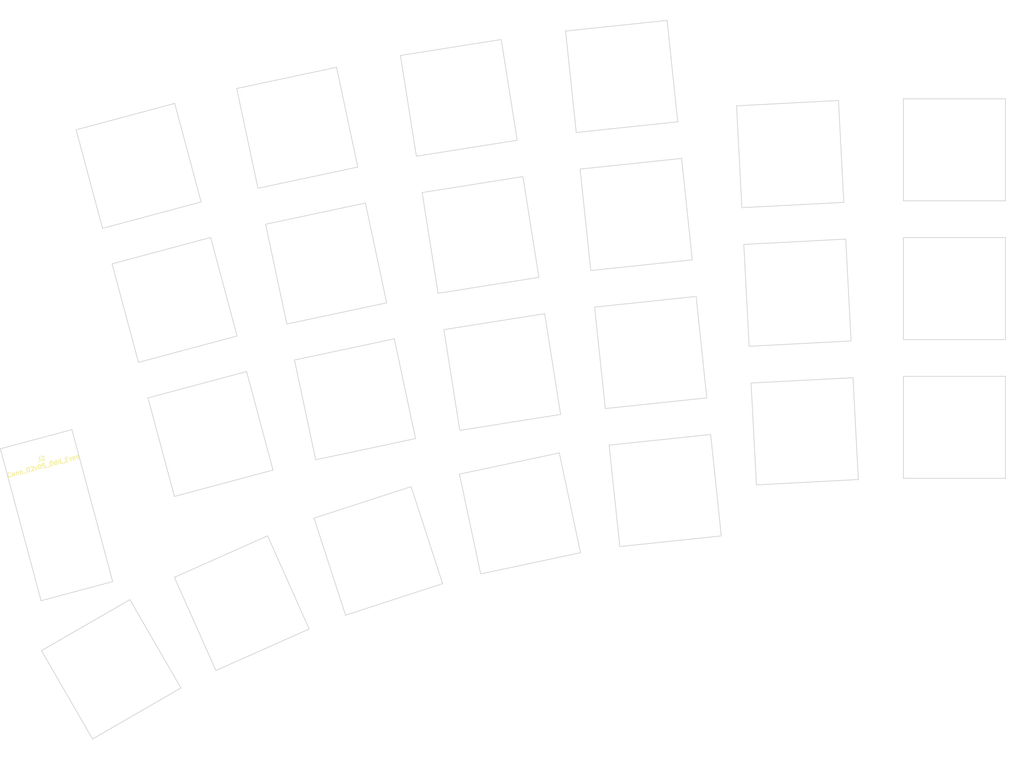
<source format=kicad_pcb>
(kicad_pcb (version 20171130) (host pcbnew 5.1.10)

  (general
    (thickness 1.6)
    (drawings 0)
    (tracks 0)
    (zones 0)
    (modules 24)
    (nets 1)
  )

  (page A4)
  (layers
    (0 F.Cu signal)
    (31 B.Cu signal)
    (32 B.Adhes user)
    (33 F.Adhes user)
    (34 B.Paste user)
    (35 F.Paste user)
    (36 B.SilkS user)
    (37 F.SilkS user)
    (38 B.Mask user)
    (39 F.Mask user)
    (40 Dwgs.User user)
    (41 Cmts.User user)
    (42 Eco1.User user)
    (43 Eco2.User user)
    (44 Edge.Cuts user)
    (45 Margin user)
    (46 B.CrtYd user)
    (47 F.CrtYd user)
    (48 B.Fab user)
    (49 F.Fab user)
  )

  (setup
    (last_trace_width 0.25)
    (trace_clearance 0.2)
    (zone_clearance 0.508)
    (zone_45_only no)
    (trace_min 0.2)
    (via_size 0.8)
    (via_drill 0.4)
    (via_min_size 0.4)
    (via_min_drill 0.3)
    (uvia_size 0.3)
    (uvia_drill 0.1)
    (uvias_allowed no)
    (uvia_min_size 0.2)
    (uvia_min_drill 0.1)
    (edge_width 0.05)
    (segment_width 0.2)
    (pcb_text_width 0.3)
    (pcb_text_size 1.5 1.5)
    (mod_edge_width 0.12)
    (mod_text_size 1 1)
    (mod_text_width 0.15)
    (pad_size 1.524 1.524)
    (pad_drill 0.762)
    (pad_to_mask_clearance 0)
    (aux_axis_origin 0 0)
    (visible_elements FFFFFF7F)
    (pcbplotparams
      (layerselection 0x01000_7ffffffe)
      (usegerberextensions false)
      (usegerberattributes true)
      (usegerberadvancedattributes true)
      (creategerberjobfile true)
      (excludeedgelayer true)
      (linewidth 0.100000)
      (plotframeref false)
      (viasonmask false)
      (mode 1)
      (useauxorigin false)
      (hpglpennumber 1)
      (hpglpenspeed 20)
      (hpglpendiameter 15.000000)
      (psnegative false)
      (psa4output false)
      (plotreference true)
      (plotvalue true)
      (plotinvisibletext false)
      (padsonsilk false)
      (subtractmaskfromsilk false)
      (outputformat 3)
      (mirror false)
      (drillshape 0)
      (scaleselection 1)
      (outputdirectory ""))
  )

  (net 0 "")

  (net_class Default "This is the default net class."
    (clearance 0.2)
    (trace_width 0.25)
    (via_dia 0.8)
    (via_drill 0.4)
    (uvia_dia 0.3)
    (uvia_drill 0.1)
  )

  (module rick-kicad-footprints:hole-switch (layer F.Cu) (tedit 5FB3AA25) (tstamp 60BAA0E2)
    (at 237.680652 -19.907187 6)
    (path /60BE39B0)
    (fp_text reference switch46 (at 0 3.175 6) (layer F.SilkS) hide
      (effects (font (size 1.27 1.524) (thickness 0.2032)))
    )
    (fp_text value switch (at 0 5.08 6) (layer F.SilkS) hide
      (effects (font (size 1.27 1.524) (thickness 0.2032)))
    )
    (fp_text user 1.00u (at -5.715 8.255 6) (layer Dwgs.User)
      (effects (font (size 1.524 1.524) (thickness 0.3048)))
    )
    (fp_line (start -7 7) (end -7 -7) (layer Edge.Cuts) (width 0.1))
    (fp_line (start 7 7) (end -7 7) (layer Edge.Cuts) (width 0.1))
    (fp_line (start 7 -7) (end 7 7) (layer Edge.Cuts) (width 0.1))
    (fp_line (start -7 -7) (end 7 -7) (layer Edge.Cuts) (width 0.1))
    (fp_line (start -9.5 9.5) (end -9.5 -9.5) (layer Dwgs.User) (width 0.1))
    (fp_line (start 9.5 9.5) (end -9.5 9.5) (layer Dwgs.User) (width 0.1))
    (fp_line (start 9.5 -9.5) (end 9.5 9.5) (layer Dwgs.User) (width 0.1))
    (fp_line (start -9.5 -9.5) (end 9.5 -9.5) (layer Dwgs.User) (width 0.1))
  )

  (module rick-kicad-footprints:hole-switch (layer F.Cu) (tedit 5FB3AA25) (tstamp 60BAA0D1)
    (at 217.759 -16.764 12)
    (path /60BCB0AD)
    (fp_text reference switch45 (at 0 3.175 12) (layer F.SilkS) hide
      (effects (font (size 1.27 1.524) (thickness 0.2032)))
    )
    (fp_text value switch (at 0 5.08 12) (layer F.SilkS) hide
      (effects (font (size 1.27 1.524) (thickness 0.2032)))
    )
    (fp_text user 1.00u (at -5.715 8.255 12) (layer Dwgs.User)
      (effects (font (size 1.524 1.524) (thickness 0.3048)))
    )
    (fp_line (start -7 7) (end -7 -7) (layer Edge.Cuts) (width 0.1))
    (fp_line (start 7 7) (end -7 7) (layer Edge.Cuts) (width 0.1))
    (fp_line (start 7 -7) (end 7 7) (layer Edge.Cuts) (width 0.1))
    (fp_line (start -7 -7) (end 7 -7) (layer Edge.Cuts) (width 0.1))
    (fp_line (start -9.5 9.5) (end -9.5 -9.5) (layer Dwgs.User) (width 0.1))
    (fp_line (start 9.5 9.5) (end -9.5 9.5) (layer Dwgs.User) (width 0.1))
    (fp_line (start 9.5 -9.5) (end 9.5 9.5) (layer Dwgs.User) (width 0.1))
    (fp_line (start -9.5 -9.5) (end 9.5 -9.5) (layer Dwgs.User) (width 0.1))
  )

  (module rick-kicad-footprints:hole-switch (layer F.Cu) (tedit 5FB3AA25) (tstamp 60BAA0C0)
    (at 198.328 -11.6205 18)
    (path /60BCB052)
    (fp_text reference switch44 (at 0 3.175 18) (layer F.SilkS) hide
      (effects (font (size 1.27 1.524) (thickness 0.2032)))
    )
    (fp_text value switch (at 0 5.08 18) (layer F.SilkS) hide
      (effects (font (size 1.27 1.524) (thickness 0.2032)))
    )
    (fp_text user 1.00u (at -5.715 8.255 18) (layer Dwgs.User)
      (effects (font (size 1.524 1.524) (thickness 0.3048)))
    )
    (fp_line (start -7 7) (end -7 -7) (layer Edge.Cuts) (width 0.1))
    (fp_line (start 7 7) (end -7 7) (layer Edge.Cuts) (width 0.1))
    (fp_line (start 7 -7) (end 7 7) (layer Edge.Cuts) (width 0.1))
    (fp_line (start -7 -7) (end 7 -7) (layer Edge.Cuts) (width 0.1))
    (fp_line (start -9.5 9.5) (end -9.5 -9.5) (layer Dwgs.User) (width 0.1))
    (fp_line (start 9.5 9.5) (end -9.5 9.5) (layer Dwgs.User) (width 0.1))
    (fp_line (start 9.5 -9.5) (end 9.5 9.5) (layer Dwgs.User) (width 0.1))
    (fp_line (start -9.5 -9.5) (end 9.5 -9.5) (layer Dwgs.User) (width 0.1))
  )

  (module rick-kicad-footprints:hole-switch (layer F.Cu) (tedit 5FB3AA25) (tstamp 60BBAA20)
    (at 179.5955 -4.445 24)
    (path /60BC5067)
    (fp_text reference switch43 (at 0 3.175 24) (layer F.SilkS) hide
      (effects (font (size 1.27 1.524) (thickness 0.2032)))
    )
    (fp_text value switch (at 0 5.08 24) (layer F.SilkS) hide
      (effects (font (size 1.27 1.524) (thickness 0.2032)))
    )
    (fp_text user 1.00u (at -5.715 8.255 24) (layer Dwgs.User)
      (effects (font (size 1.524 1.524) (thickness 0.3048)))
    )
    (fp_line (start -7 7) (end -7 -7) (layer Edge.Cuts) (width 0.1))
    (fp_line (start 7 7) (end -7 7) (layer Edge.Cuts) (width 0.1))
    (fp_line (start 7 -7) (end 7 7) (layer Edge.Cuts) (width 0.1))
    (fp_line (start -7 -7) (end 7 -7) (layer Edge.Cuts) (width 0.1))
    (fp_line (start -9.5 9.5) (end -9.5 -9.5) (layer Dwgs.User) (width 0.1))
    (fp_line (start 9.5 9.5) (end -9.5 9.5) (layer Dwgs.User) (width 0.1))
    (fp_line (start 9.5 -9.5) (end 9.5 9.5) (layer Dwgs.User) (width 0.1))
    (fp_line (start -9.5 -9.5) (end 9.5 -9.5) (layer Dwgs.User) (width 0.1))
  )

  (module rick-kicad-footprints:hole-switch (layer F.Cu) (tedit 5FB3AA25) (tstamp 60BAA09E)
    (at 161.6885 4.6355 30)
    (path /60BB2F05)
    (fp_text reference switch42 (at 0 3.175 30) (layer F.SilkS) hide
      (effects (font (size 1.27 1.524) (thickness 0.2032)))
    )
    (fp_text value switch (at 0 5.08 30) (layer F.SilkS) hide
      (effects (font (size 1.27 1.524) (thickness 0.2032)))
    )
    (fp_text user 1.00u (at -5.715 8.255 30) (layer Dwgs.User)
      (effects (font (size 1.524 1.524) (thickness 0.3048)))
    )
    (fp_line (start -7 7) (end -7 -7) (layer Edge.Cuts) (width 0.1))
    (fp_line (start 7 7) (end -7 7) (layer Edge.Cuts) (width 0.1))
    (fp_line (start 7 -7) (end 7 7) (layer Edge.Cuts) (width 0.1))
    (fp_line (start -7 -7) (end 7 -7) (layer Edge.Cuts) (width 0.1))
    (fp_line (start -9.5 9.5) (end -9.5 -9.5) (layer Dwgs.User) (width 0.1))
    (fp_line (start 9.5 9.5) (end -9.5 9.5) (layer Dwgs.User) (width 0.1))
    (fp_line (start 9.5 -9.5) (end 9.5 9.5) (layer Dwgs.User) (width 0.1))
    (fp_line (start -9.5 -9.5) (end 9.5 -9.5) (layer Dwgs.User) (width 0.1))
  )

  (module rick-kicad-footprints:hole-switch (layer F.Cu) (tedit 5FB3AA25) (tstamp 60BAA08D)
    (at 277.348 -28.575)
    (path /60BE39F5)
    (fp_text reference switch41 (at 0 3.175) (layer F.SilkS) hide
      (effects (font (size 1.27 1.524) (thickness 0.2032)))
    )
    (fp_text value switch (at 0 5.08) (layer F.SilkS) hide
      (effects (font (size 1.27 1.524) (thickness 0.2032)))
    )
    (fp_text user 1.00u (at -5.715 8.255) (layer Dwgs.User)
      (effects (font (size 1.524 1.524) (thickness 0.3048)))
    )
    (fp_line (start -7 7) (end -7 -7) (layer Edge.Cuts) (width 0.1))
    (fp_line (start 7 7) (end -7 7) (layer Edge.Cuts) (width 0.1))
    (fp_line (start 7 -7) (end 7 7) (layer Edge.Cuts) (width 0.1))
    (fp_line (start -7 -7) (end 7 -7) (layer Edge.Cuts) (width 0.1))
    (fp_line (start -9.5 9.5) (end -9.5 -9.5) (layer Dwgs.User) (width 0.1))
    (fp_line (start 9.5 9.5) (end -9.5 9.5) (layer Dwgs.User) (width 0.1))
    (fp_line (start 9.5 -9.5) (end 9.5 9.5) (layer Dwgs.User) (width 0.1))
    (fp_line (start -9.5 -9.5) (end 9.5 -9.5) (layer Dwgs.User) (width 0.1))
  )

  (module rick-kicad-footprints:hole-switch (layer F.Cu) (tedit 5FB3AA25) (tstamp 60BAA07C)
    (at 256.815554 -28.037339 3)
    (path /60BE399A)
    (fp_text reference switch40 (at 0 3.175 3) (layer F.SilkS) hide
      (effects (font (size 1.27 1.524) (thickness 0.2032)))
    )
    (fp_text value switch (at 0 5.08 3) (layer F.SilkS) hide
      (effects (font (size 1.27 1.524) (thickness 0.2032)))
    )
    (fp_text user 1.00u (at -5.715 8.255 3) (layer Dwgs.User)
      (effects (font (size 1.524 1.524) (thickness 0.3048)))
    )
    (fp_line (start -7 7) (end -7 -7) (layer Edge.Cuts) (width 0.1))
    (fp_line (start 7 7) (end -7 7) (layer Edge.Cuts) (width 0.1))
    (fp_line (start 7 -7) (end 7 7) (layer Edge.Cuts) (width 0.1))
    (fp_line (start -7 -7) (end 7 -7) (layer Edge.Cuts) (width 0.1))
    (fp_line (start -9.5 9.5) (end -9.5 -9.5) (layer Dwgs.User) (width 0.1))
    (fp_line (start 9.5 9.5) (end -9.5 9.5) (layer Dwgs.User) (width 0.1))
    (fp_line (start 9.5 -9.5) (end 9.5 9.5) (layer Dwgs.User) (width 0.1))
    (fp_line (start -9.5 -9.5) (end 9.5 -9.5) (layer Dwgs.User) (width 0.1))
  )

  (module rick-kicad-footprints:hole-switch (layer F.Cu) (tedit 5FB3AA25) (tstamp 60BAA06B)
    (at 235.689385 -38.85283 6)
    (path /60BCB097)
    (fp_text reference switch39 (at 0 3.175 6) (layer F.SilkS) hide
      (effects (font (size 1.27 1.524) (thickness 0.2032)))
    )
    (fp_text value switch (at 0 5.08 6) (layer F.SilkS) hide
      (effects (font (size 1.27 1.524) (thickness 0.2032)))
    )
    (fp_text user 1.00u (at -5.715 8.255 6) (layer Dwgs.User)
      (effects (font (size 1.524 1.524) (thickness 0.3048)))
    )
    (fp_line (start -7 7) (end -7 -7) (layer Edge.Cuts) (width 0.1))
    (fp_line (start 7 7) (end -7 7) (layer Edge.Cuts) (width 0.1))
    (fp_line (start 7 -7) (end 7 7) (layer Edge.Cuts) (width 0.1))
    (fp_line (start -7 -7) (end 7 -7) (layer Edge.Cuts) (width 0.1))
    (fp_line (start -9.5 9.5) (end -9.5 -9.5) (layer Dwgs.User) (width 0.1))
    (fp_line (start 9.5 9.5) (end -9.5 9.5) (layer Dwgs.User) (width 0.1))
    (fp_line (start 9.5 -9.5) (end 9.5 9.5) (layer Dwgs.User) (width 0.1))
    (fp_line (start -9.5 -9.5) (end 9.5 -9.5) (layer Dwgs.User) (width 0.1))
  )

  (module rick-kicad-footprints:hole-switch (layer F.Cu) (tedit 5FB3AA25) (tstamp 60BAA05A)
    (at 215.325619 -36.171889 9)
    (path /60BCB03C)
    (fp_text reference switch38 (at 0 3.175 9) (layer F.SilkS) hide
      (effects (font (size 1.27 1.524) (thickness 0.2032)))
    )
    (fp_text value switch (at 0 5.08 9) (layer F.SilkS) hide
      (effects (font (size 1.27 1.524) (thickness 0.2032)))
    )
    (fp_text user 1.00u (at -5.715 8.255 9) (layer Dwgs.User)
      (effects (font (size 1.524 1.524) (thickness 0.3048)))
    )
    (fp_line (start -7 7) (end -7 -7) (layer Edge.Cuts) (width 0.1))
    (fp_line (start 7 7) (end -7 7) (layer Edge.Cuts) (width 0.1))
    (fp_line (start 7 -7) (end 7 7) (layer Edge.Cuts) (width 0.1))
    (fp_line (start -7 -7) (end 7 -7) (layer Edge.Cuts) (width 0.1))
    (fp_line (start -9.5 9.5) (end -9.5 -9.5) (layer Dwgs.User) (width 0.1))
    (fp_line (start 9.5 9.5) (end -9.5 9.5) (layer Dwgs.User) (width 0.1))
    (fp_line (start 9.5 -9.5) (end 9.5 9.5) (layer Dwgs.User) (width 0.1))
    (fp_line (start -9.5 -9.5) (end 9.5 -9.5) (layer Dwgs.User) (width 0.1))
  )

  (module rick-kicad-footprints:hole-switch (layer F.Cu) (tedit 5FB3AA25) (tstamp 60BAC7C4)
    (at 195.13007 -32.428865 12)
    (path /60BC5051)
    (fp_text reference switch37 (at 0 3.175 12) (layer F.SilkS) hide
      (effects (font (size 1.27 1.524) (thickness 0.2032)))
    )
    (fp_text value switch (at 0 5.08 12) (layer F.SilkS) hide
      (effects (font (size 1.27 1.524) (thickness 0.2032)))
    )
    (fp_text user 1.00u (at -5.715 8.255 12) (layer Dwgs.User)
      (effects (font (size 1.524 1.524) (thickness 0.3048)))
    )
    (fp_line (start -7 7) (end -7 -7) (layer Edge.Cuts) (width 0.1))
    (fp_line (start 7 7) (end -7 7) (layer Edge.Cuts) (width 0.1))
    (fp_line (start 7 -7) (end 7 7) (layer Edge.Cuts) (width 0.1))
    (fp_line (start -7 -7) (end 7 -7) (layer Edge.Cuts) (width 0.1))
    (fp_line (start -9.5 9.5) (end -9.5 -9.5) (layer Dwgs.User) (width 0.1))
    (fp_line (start 9.5 9.5) (end -9.5 9.5) (layer Dwgs.User) (width 0.1))
    (fp_line (start 9.5 -9.5) (end 9.5 9.5) (layer Dwgs.User) (width 0.1))
    (fp_line (start -9.5 -9.5) (end 9.5 -9.5) (layer Dwgs.User) (width 0.1))
  )

  (module rick-kicad-footprints:hole-switch (layer F.Cu) (tedit 5FB3AA25) (tstamp 60BAA038)
    (at 175.308092 -27.667017 15)
    (path /60BB2EEF)
    (fp_text reference switch36 (at 0 3.175 15) (layer F.SilkS) hide
      (effects (font (size 1.27 1.524) (thickness 0.2032)))
    )
    (fp_text value switch (at 0 5.08 15) (layer F.SilkS) hide
      (effects (font (size 1.27 1.524) (thickness 0.2032)))
    )
    (fp_text user 1.00u (at -5.715 8.255 15) (layer Dwgs.User)
      (effects (font (size 1.524 1.524) (thickness 0.3048)))
    )
    (fp_line (start -7 7) (end -7 -7) (layer Edge.Cuts) (width 0.1))
    (fp_line (start 7 7) (end -7 7) (layer Edge.Cuts) (width 0.1))
    (fp_line (start 7 -7) (end 7 7) (layer Edge.Cuts) (width 0.1))
    (fp_line (start -7 -7) (end 7 -7) (layer Edge.Cuts) (width 0.1))
    (fp_line (start -9.5 9.5) (end -9.5 -9.5) (layer Dwgs.User) (width 0.1))
    (fp_line (start 9.5 9.5) (end -9.5 9.5) (layer Dwgs.User) (width 0.1))
    (fp_line (start 9.5 -9.5) (end 9.5 9.5) (layer Dwgs.User) (width 0.1))
    (fp_line (start -9.5 -9.5) (end 9.5 -9.5) (layer Dwgs.User) (width 0.1))
  )

  (module rick-kicad-footprints:hole-switch (layer F.Cu) (tedit 5FB3AA25) (tstamp 60BAC804)
    (at 277.348 -47.625)
    (path /60BE39DE)
    (fp_text reference switch35 (at 0 3.175) (layer F.SilkS) hide
      (effects (font (size 1.27 1.524) (thickness 0.2032)))
    )
    (fp_text value switch (at 0 5.08) (layer F.SilkS) hide
      (effects (font (size 1.27 1.524) (thickness 0.2032)))
    )
    (fp_text user 1.00u (at -5.715 8.255) (layer Dwgs.User)
      (effects (font (size 1.524 1.524) (thickness 0.3048)))
    )
    (fp_line (start -7 7) (end -7 -7) (layer Edge.Cuts) (width 0.1))
    (fp_line (start 7 7) (end -7 7) (layer Edge.Cuts) (width 0.1))
    (fp_line (start 7 -7) (end 7 7) (layer Edge.Cuts) (width 0.1))
    (fp_line (start -7 -7) (end 7 -7) (layer Edge.Cuts) (width 0.1))
    (fp_line (start -9.5 9.5) (end -9.5 -9.5) (layer Dwgs.User) (width 0.1))
    (fp_line (start 9.5 9.5) (end -9.5 9.5) (layer Dwgs.User) (width 0.1))
    (fp_line (start 9.5 -9.5) (end 9.5 9.5) (layer Dwgs.User) (width 0.1))
    (fp_line (start -9.5 -9.5) (end 9.5 -9.5) (layer Dwgs.User) (width 0.1))
  )

  (module rick-kicad-footprints:hole-switch (layer F.Cu) (tedit 5FB3AA25) (tstamp 60BAA016)
    (at 255.818554 -47.061232 3)
    (path /60BE3983)
    (fp_text reference switch34 (at 0 3.175 3) (layer F.SilkS) hide
      (effects (font (size 1.27 1.524) (thickness 0.2032)))
    )
    (fp_text value switch (at 0 5.08 3) (layer F.SilkS) hide
      (effects (font (size 1.27 1.524) (thickness 0.2032)))
    )
    (fp_text user 1.00u (at -5.715 8.255 3) (layer Dwgs.User)
      (effects (font (size 1.524 1.524) (thickness 0.3048)))
    )
    (fp_line (start -7 7) (end -7 -7) (layer Edge.Cuts) (width 0.1))
    (fp_line (start 7 7) (end -7 7) (layer Edge.Cuts) (width 0.1))
    (fp_line (start 7 -7) (end 7 7) (layer Edge.Cuts) (width 0.1))
    (fp_line (start -7 -7) (end 7 -7) (layer Edge.Cuts) (width 0.1))
    (fp_line (start -9.5 9.5) (end -9.5 -9.5) (layer Dwgs.User) (width 0.1))
    (fp_line (start 9.5 9.5) (end -9.5 9.5) (layer Dwgs.User) (width 0.1))
    (fp_line (start 9.5 -9.5) (end 9.5 9.5) (layer Dwgs.User) (width 0.1))
    (fp_line (start -9.5 -9.5) (end 9.5 -9.5) (layer Dwgs.User) (width 0.1))
  )

  (module rick-kicad-footprints:hole-switch (layer F.Cu) (tedit 5FB3AA25) (tstamp 60BAA005)
    (at 233.698118 -57.798472 6)
    (path /60BCB080)
    (fp_text reference switch33 (at 0 3.175 6) (layer F.SilkS) hide
      (effects (font (size 1.27 1.524) (thickness 0.2032)))
    )
    (fp_text value switch (at 0 5.08 6) (layer F.SilkS) hide
      (effects (font (size 1.27 1.524) (thickness 0.2032)))
    )
    (fp_text user 1.00u (at -5.715 8.255 6) (layer Dwgs.User)
      (effects (font (size 1.524 1.524) (thickness 0.3048)))
    )
    (fp_line (start -7 7) (end -7 -7) (layer Edge.Cuts) (width 0.1))
    (fp_line (start 7 7) (end -7 7) (layer Edge.Cuts) (width 0.1))
    (fp_line (start 7 -7) (end 7 7) (layer Edge.Cuts) (width 0.1))
    (fp_line (start -7 -7) (end 7 -7) (layer Edge.Cuts) (width 0.1))
    (fp_line (start -9.5 9.5) (end -9.5 -9.5) (layer Dwgs.User) (width 0.1))
    (fp_line (start 9.5 9.5) (end -9.5 9.5) (layer Dwgs.User) (width 0.1))
    (fp_line (start 9.5 -9.5) (end 9.5 9.5) (layer Dwgs.User) (width 0.1))
    (fp_line (start -9.5 -9.5) (end 9.5 -9.5) (layer Dwgs.User) (width 0.1))
  )

  (module rick-kicad-footprints:hole-switch (layer F.Cu) (tedit 5FB3AA25) (tstamp 60BA9FF4)
    (at 212.345542 -54.987352 9)
    (path /60BCB025)
    (fp_text reference switch32 (at 0 3.175 9) (layer F.SilkS) hide
      (effects (font (size 1.27 1.524) (thickness 0.2032)))
    )
    (fp_text value switch (at 0 5.08 9) (layer F.SilkS) hide
      (effects (font (size 1.27 1.524) (thickness 0.2032)))
    )
    (fp_text user 1.00u (at -5.715 8.255 9) (layer Dwgs.User)
      (effects (font (size 1.524 1.524) (thickness 0.3048)))
    )
    (fp_line (start -7 7) (end -7 -7) (layer Edge.Cuts) (width 0.1))
    (fp_line (start 7 7) (end -7 7) (layer Edge.Cuts) (width 0.1))
    (fp_line (start 7 -7) (end 7 7) (layer Edge.Cuts) (width 0.1))
    (fp_line (start -7 -7) (end 7 -7) (layer Edge.Cuts) (width 0.1))
    (fp_line (start -9.5 9.5) (end -9.5 -9.5) (layer Dwgs.User) (width 0.1))
    (fp_line (start 9.5 9.5) (end -9.5 9.5) (layer Dwgs.User) (width 0.1))
    (fp_line (start 9.5 -9.5) (end 9.5 9.5) (layer Dwgs.User) (width 0.1))
    (fp_line (start -9.5 -9.5) (end 9.5 -9.5) (layer Dwgs.User) (width 0.1))
  )

  (module rick-kicad-footprints:hole-switch (layer F.Cu) (tedit 5FB3AA25) (tstamp 60BA9FE3)
    (at 191.169352 -51.062577 12)
    (path /60BC503A)
    (fp_text reference switch31 (at 0 3.175 12) (layer F.SilkS) hide
      (effects (font (size 1.27 1.524) (thickness 0.2032)))
    )
    (fp_text value switch (at 0 5.08 12) (layer F.SilkS) hide
      (effects (font (size 1.27 1.524) (thickness 0.2032)))
    )
    (fp_text user 1.00u (at -5.715 8.255 12) (layer Dwgs.User)
      (effects (font (size 1.524 1.524) (thickness 0.3048)))
    )
    (fp_line (start -7 7) (end -7 -7) (layer Edge.Cuts) (width 0.1))
    (fp_line (start 7 7) (end -7 7) (layer Edge.Cuts) (width 0.1))
    (fp_line (start 7 -7) (end 7 7) (layer Edge.Cuts) (width 0.1))
    (fp_line (start -7 -7) (end 7 -7) (layer Edge.Cuts) (width 0.1))
    (fp_line (start -9.5 9.5) (end -9.5 -9.5) (layer Dwgs.User) (width 0.1))
    (fp_line (start 9.5 9.5) (end -9.5 9.5) (layer Dwgs.User) (width 0.1))
    (fp_line (start 9.5 -9.5) (end 9.5 9.5) (layer Dwgs.User) (width 0.1))
    (fp_line (start -9.5 -9.5) (end 9.5 -9.5) (layer Dwgs.User) (width 0.1))
  )

  (module rick-kicad-footprints:hole-switch (layer F.Cu) (tedit 5FB3AA25) (tstamp 60BA9FD2)
    (at 170.377589 -46.067904 15)
    (path /60BB2ED8)
    (fp_text reference switch30 (at 0 3.175 15) (layer F.SilkS) hide
      (effects (font (size 1.27 1.524) (thickness 0.2032)))
    )
    (fp_text value switch (at 0 5.08 15) (layer F.SilkS) hide
      (effects (font (size 1.27 1.524) (thickness 0.2032)))
    )
    (fp_text user 1.00u (at -5.715 8.255 15) (layer Dwgs.User)
      (effects (font (size 1.524 1.524) (thickness 0.3048)))
    )
    (fp_line (start -7 7) (end -7 -7) (layer Edge.Cuts) (width 0.1))
    (fp_line (start 7 7) (end -7 7) (layer Edge.Cuts) (width 0.1))
    (fp_line (start 7 -7) (end 7 7) (layer Edge.Cuts) (width 0.1))
    (fp_line (start -7 -7) (end 7 -7) (layer Edge.Cuts) (width 0.1))
    (fp_line (start -9.5 9.5) (end -9.5 -9.5) (layer Dwgs.User) (width 0.1))
    (fp_line (start 9.5 9.5) (end -9.5 9.5) (layer Dwgs.User) (width 0.1))
    (fp_line (start 9.5 -9.5) (end 9.5 9.5) (layer Dwgs.User) (width 0.1))
    (fp_line (start -9.5 -9.5) (end 9.5 -9.5) (layer Dwgs.User) (width 0.1))
  )

  (module rick-kicad-footprints:hole-switch (layer F.Cu) (tedit 5FB3AA25) (tstamp 60BA9FC1)
    (at 277.348 -66.675)
    (path /60BE39C8)
    (fp_text reference switch29 (at 0 3.175) (layer F.SilkS) hide
      (effects (font (size 1.27 1.524) (thickness 0.2032)))
    )
    (fp_text value switch (at 0 5.08) (layer F.SilkS) hide
      (effects (font (size 1.27 1.524) (thickness 0.2032)))
    )
    (fp_text user 1.00u (at -5.715 8.255) (layer Dwgs.User)
      (effects (font (size 1.524 1.524) (thickness 0.3048)))
    )
    (fp_line (start -7 7) (end -7 -7) (layer Edge.Cuts) (width 0.1))
    (fp_line (start 7 7) (end -7 7) (layer Edge.Cuts) (width 0.1))
    (fp_line (start 7 -7) (end 7 7) (layer Edge.Cuts) (width 0.1))
    (fp_line (start -7 -7) (end 7 -7) (layer Edge.Cuts) (width 0.1))
    (fp_line (start -9.5 9.5) (end -9.5 -9.5) (layer Dwgs.User) (width 0.1))
    (fp_line (start 9.5 9.5) (end -9.5 9.5) (layer Dwgs.User) (width 0.1))
    (fp_line (start 9.5 -9.5) (end 9.5 9.5) (layer Dwgs.User) (width 0.1))
    (fp_line (start -9.5 -9.5) (end 9.5 -9.5) (layer Dwgs.User) (width 0.1))
  )

  (module rick-kicad-footprints:hole-switch (layer F.Cu) (tedit 5FB3AA25) (tstamp 60BA9FB0)
    (at 254.821554 -66.085124 3)
    (path /60BE396D)
    (fp_text reference switch28 (at 0 3.175 3) (layer F.SilkS) hide
      (effects (font (size 1.27 1.524) (thickness 0.2032)))
    )
    (fp_text value switch (at 0 5.08 3) (layer F.SilkS) hide
      (effects (font (size 1.27 1.524) (thickness 0.2032)))
    )
    (fp_text user 1.00u (at -5.715 8.255 3) (layer Dwgs.User)
      (effects (font (size 1.524 1.524) (thickness 0.3048)))
    )
    (fp_line (start -7 7) (end -7 -7) (layer Edge.Cuts) (width 0.1))
    (fp_line (start 7 7) (end -7 7) (layer Edge.Cuts) (width 0.1))
    (fp_line (start 7 -7) (end 7 7) (layer Edge.Cuts) (width 0.1))
    (fp_line (start -7 -7) (end 7 -7) (layer Edge.Cuts) (width 0.1))
    (fp_line (start -9.5 9.5) (end -9.5 -9.5) (layer Dwgs.User) (width 0.1))
    (fp_line (start 9.5 9.5) (end -9.5 9.5) (layer Dwgs.User) (width 0.1))
    (fp_line (start 9.5 -9.5) (end 9.5 9.5) (layer Dwgs.User) (width 0.1))
    (fp_line (start -9.5 -9.5) (end 9.5 -9.5) (layer Dwgs.User) (width 0.1))
  )

  (module rick-kicad-footprints:hole-switch (layer F.Cu) (tedit 5FB3AA25) (tstamp 60BA9F9F)
    (at 231.706851 -76.744114 6)
    (path /60BCB06A)
    (fp_text reference switch27 (at 0 3.175 6) (layer F.SilkS) hide
      (effects (font (size 1.27 1.524) (thickness 0.2032)))
    )
    (fp_text value switch (at 0 5.08 6) (layer F.SilkS) hide
      (effects (font (size 1.27 1.524) (thickness 0.2032)))
    )
    (fp_text user 1.00u (at -5.715 8.255 6) (layer Dwgs.User)
      (effects (font (size 1.524 1.524) (thickness 0.3048)))
    )
    (fp_line (start -7 7) (end -7 -7) (layer Edge.Cuts) (width 0.1))
    (fp_line (start 7 7) (end -7 7) (layer Edge.Cuts) (width 0.1))
    (fp_line (start 7 -7) (end 7 7) (layer Edge.Cuts) (width 0.1))
    (fp_line (start -7 -7) (end 7 -7) (layer Edge.Cuts) (width 0.1))
    (fp_line (start -9.5 9.5) (end -9.5 -9.5) (layer Dwgs.User) (width 0.1))
    (fp_line (start 9.5 9.5) (end -9.5 9.5) (layer Dwgs.User) (width 0.1))
    (fp_line (start 9.5 -9.5) (end 9.5 9.5) (layer Dwgs.User) (width 0.1))
    (fp_line (start -9.5 -9.5) (end 9.5 -9.5) (layer Dwgs.User) (width 0.1))
  )

  (module rick-kicad-footprints:hole-switch (layer F.Cu) (tedit 5FB3AA25) (tstamp 60BA9F8E)
    (at 209.365466 -73.802815 9)
    (path /60BCAE9B)
    (fp_text reference switch26 (at 0 3.175 9) (layer F.SilkS) hide
      (effects (font (size 1.27 1.524) (thickness 0.2032)))
    )
    (fp_text value switch (at 0 5.08 9) (layer F.SilkS) hide
      (effects (font (size 1.27 1.524) (thickness 0.2032)))
    )
    (fp_text user 1.00u (at -5.715 8.255 9) (layer Dwgs.User)
      (effects (font (size 1.524 1.524) (thickness 0.3048)))
    )
    (fp_line (start -7 7) (end -7 -7) (layer Edge.Cuts) (width 0.1))
    (fp_line (start 7 7) (end -7 7) (layer Edge.Cuts) (width 0.1))
    (fp_line (start 7 -7) (end 7 7) (layer Edge.Cuts) (width 0.1))
    (fp_line (start -7 -7) (end 7 -7) (layer Edge.Cuts) (width 0.1))
    (fp_line (start -9.5 9.5) (end -9.5 -9.5) (layer Dwgs.User) (width 0.1))
    (fp_line (start 9.5 9.5) (end -9.5 9.5) (layer Dwgs.User) (width 0.1))
    (fp_line (start 9.5 -9.5) (end 9.5 9.5) (layer Dwgs.User) (width 0.1))
    (fp_line (start -9.5 -9.5) (end 9.5 -9.5) (layer Dwgs.User) (width 0.1))
  )

  (module rick-kicad-footprints:hole-switch (layer F.Cu) (tedit 5FB3AA25) (tstamp 60BA9F7D)
    (at 187.208634 -69.696288 12)
    (path /60BC4EC2)
    (fp_text reference switch25 (at 0 3.175 12) (layer F.SilkS) hide
      (effects (font (size 1.27 1.524) (thickness 0.2032)))
    )
    (fp_text value switch (at 0 5.08 12) (layer F.SilkS) hide
      (effects (font (size 1.27 1.524) (thickness 0.2032)))
    )
    (fp_text user 1.00u (at -5.715 8.255 12) (layer Dwgs.User)
      (effects (font (size 1.524 1.524) (thickness 0.3048)))
    )
    (fp_line (start -7 7) (end -7 -7) (layer Edge.Cuts) (width 0.1))
    (fp_line (start 7 7) (end -7 7) (layer Edge.Cuts) (width 0.1))
    (fp_line (start 7 -7) (end 7 7) (layer Edge.Cuts) (width 0.1))
    (fp_line (start -7 -7) (end 7 -7) (layer Edge.Cuts) (width 0.1))
    (fp_line (start -9.5 9.5) (end -9.5 -9.5) (layer Dwgs.User) (width 0.1))
    (fp_line (start 9.5 9.5) (end -9.5 9.5) (layer Dwgs.User) (width 0.1))
    (fp_line (start 9.5 -9.5) (end 9.5 9.5) (layer Dwgs.User) (width 0.1))
    (fp_line (start -9.5 -9.5) (end 9.5 -9.5) (layer Dwgs.User) (width 0.1))
  )

  (module rick-kicad-footprints:hole-switch (layer F.Cu) (tedit 5FB3AA25) (tstamp 60BA9F6C)
    (at 165.447087 -64.468791 15)
    (path /60BB2EC2)
    (fp_text reference switch24 (at 0 3.175 15) (layer F.SilkS) hide
      (effects (font (size 1.27 1.524) (thickness 0.2032)))
    )
    (fp_text value switch (at 0 5.08 15) (layer F.SilkS) hide
      (effects (font (size 1.27 1.524) (thickness 0.2032)))
    )
    (fp_text user 1.00u (at -5.715 8.255 15) (layer Dwgs.User)
      (effects (font (size 1.524 1.524) (thickness 0.3048)))
    )
    (fp_line (start -7 7) (end -7 -7) (layer Edge.Cuts) (width 0.1))
    (fp_line (start 7 7) (end -7 7) (layer Edge.Cuts) (width 0.1))
    (fp_line (start 7 -7) (end 7 7) (layer Edge.Cuts) (width 0.1))
    (fp_line (start -7 -7) (end 7 -7) (layer Edge.Cuts) (width 0.1))
    (fp_line (start -9.5 9.5) (end -9.5 -9.5) (layer Dwgs.User) (width 0.1))
    (fp_line (start 9.5 9.5) (end -9.5 9.5) (layer Dwgs.User) (width 0.1))
    (fp_line (start 9.5 -9.5) (end 9.5 9.5) (layer Dwgs.User) (width 0.1))
    (fp_line (start -9.5 -9.5) (end 9.5 -9.5) (layer Dwgs.User) (width 0.1))
  )

  (module footprints:hole-connector-shrouded (layer F.Cu) (tedit 60C76010) (tstamp 60BC3CBA)
    (at 154.1841 -16.5227 15)
    (path /60C34CA7)
    (fp_text reference J2 (at 0 -8 15) (layer F.SilkS)
      (effects (font (size 0.6096 0.6096) (thickness 0.127)))
    )
    (fp_text value Conn_02x05_Odd_Even (at 0 -7 15) (layer F.SilkS)
      (effects (font (size 0.6096 0.6096) (thickness 0.127)))
    )
    (fp_line (start -5.08 -10.795) (end 5.08 -10.795) (layer Edge.Cuts) (width 0.1))
    (fp_line (start 5.08 -10.795) (end 5.08 10.795) (layer Edge.Cuts) (width 0.1))
    (fp_line (start 5.08 10.795) (end -5.08 10.795) (layer Edge.Cuts) (width 0.1))
    (fp_line (start -5.08 10.795) (end -5.08 -10.795) (layer Edge.Cuts) (width 0.1))
  )

)

</source>
